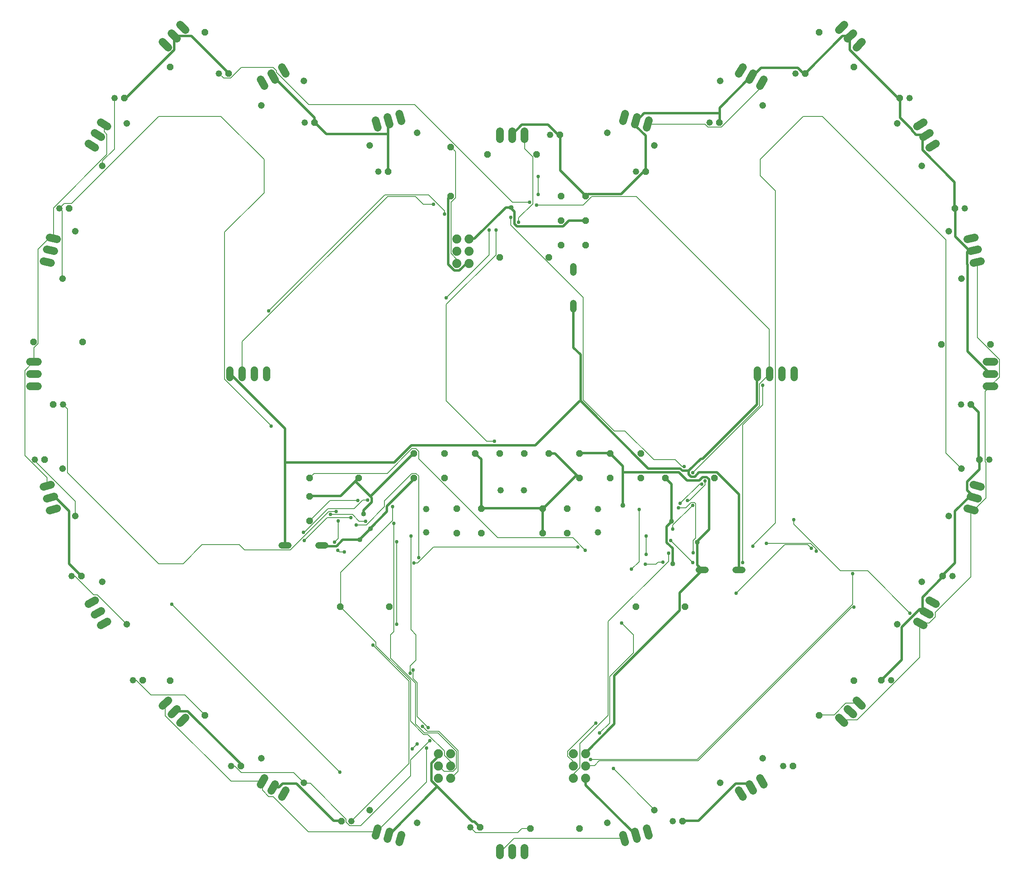
<source format=gbr>
G04 EAGLE Gerber RS-274X export*
G75*
%MOMM*%
%FSLAX34Y34*%
%LPD*%
%INBottom Copper*%
%IPPOS*%
%AMOC8*
5,1,8,0,0,1.08239X$1,22.5*%
G01*
%ADD10P,1.429621X8X22.500000*%
%ADD11C,1.320800*%
%ADD12P,1.429621X8X202.500000*%
%ADD13P,1.429621X8X292.500000*%
%ADD14P,1.429621X8X112.500000*%
%ADD15C,1.320800*%
%ADD16C,1.524000*%
%ADD17P,1.429621X8X157.500000*%
%ADD18P,1.429621X8X172.500000*%
%ADD19P,1.429621X8X187.500000*%
%ADD20P,1.429621X8X217.500000*%
%ADD21P,1.429621X8X232.500000*%
%ADD22P,1.429621X8X247.500000*%
%ADD23P,1.429621X8X262.500000*%
%ADD24P,1.429621X8X277.500000*%
%ADD25P,1.429621X8X37.500000*%
%ADD26P,1.429621X8X307.500000*%
%ADD27P,1.429621X8X322.500000*%
%ADD28P,1.429621X8X337.500000*%
%ADD29P,1.429621X8X352.500000*%
%ADD30P,1.429621X8X367.500000*%
%ADD31P,1.429621X8X52.500000*%
%ADD32P,1.429621X8X67.500000*%
%ADD33P,1.429621X8X82.500000*%
%ADD34P,1.429621X8X97.500000*%
%ADD35P,1.429621X8X127.500000*%
%ADD36P,1.429621X8X142.500000*%
%ADD37C,1.575000*%
%ADD38C,1.879600*%
%ADD39C,0.508000*%
%ADD40C,1.016000*%
%ADD41C,0.152400*%
%ADD42C,0.756400*%


D10*
X-66040Y-939800D03*
D11*
X-86360Y-939800D03*
D10*
X607060Y622300D03*
D11*
X586740Y622300D03*
D10*
X429260Y520700D03*
D11*
X408940Y520700D03*
D10*
X276860Y419100D03*
D11*
X256540Y419100D03*
D10*
X99060Y495300D03*
D11*
X78740Y495300D03*
D10*
X-256540Y419100D03*
D11*
X-276860Y419100D03*
D10*
X-408940Y520700D03*
D11*
X-429260Y520700D03*
D10*
X-586740Y622300D03*
D11*
X-607060Y622300D03*
D10*
X-802640Y571500D03*
D11*
X-822960Y571500D03*
D10*
X-916940Y342900D03*
D11*
X-937260Y342900D03*
D12*
X-949960Y-63500D03*
D11*
X-929640Y-63500D03*
D10*
X353060Y-927100D03*
D11*
X332740Y-927100D03*
D10*
X-967740Y-177800D03*
D11*
X-988060Y-177800D03*
D10*
X-891540Y-419100D03*
D11*
X-911860Y-419100D03*
D10*
X-764540Y-635000D03*
D11*
X-784860Y-635000D03*
D10*
X-561340Y-812800D03*
D11*
X-581660Y-812800D03*
D12*
X-353060Y-927100D03*
D11*
X-332740Y-927100D03*
D10*
X63500Y-279400D03*
X114300Y-279400D03*
X63500Y-330200D03*
X114300Y-330200D03*
D12*
X76200Y-165100D03*
X25400Y-165100D03*
D10*
X-76200Y-165100D03*
X-25400Y-165100D03*
D12*
X-63500Y-330200D03*
X-114300Y-330200D03*
D10*
X581660Y-812800D03*
D11*
X561340Y-812800D03*
D12*
X-63500Y-279400D03*
X-114300Y-279400D03*
D13*
X266700Y-165100D03*
X266700Y-215900D03*
D12*
X152400Y368300D03*
X101600Y368300D03*
D13*
X-419100Y-254000D03*
X-419100Y-304800D03*
X203200Y-165100D03*
X203200Y-215900D03*
X139700Y-165100D03*
X139700Y-215900D03*
D12*
X152400Y317500D03*
X101600Y317500D03*
X764540Y-635000D03*
D11*
X784860Y-635000D03*
D12*
X152400Y266700D03*
X101600Y266700D03*
D14*
X-203200Y-215900D03*
X-203200Y-165100D03*
X-139700Y-215900D03*
X-139700Y-165100D03*
D12*
X891540Y-419100D03*
D11*
X911860Y-419100D03*
D12*
X967740Y-177800D03*
D11*
X988060Y-177800D03*
D10*
X949960Y-63500D03*
D11*
X929640Y-63500D03*
D12*
X916940Y342900D03*
D11*
X937260Y342900D03*
D12*
X802640Y571500D03*
D11*
X822960Y571500D03*
D15*
X400304Y-406400D02*
X387096Y-406400D01*
X463296Y-406400D02*
X476504Y-406400D01*
X127000Y209296D02*
X127000Y222504D01*
X127000Y146304D02*
X127000Y133096D01*
X-387096Y-355600D02*
X-400304Y-355600D01*
X-463296Y-355600D02*
X-476504Y-355600D01*
D16*
X584200Y-7620D02*
X584200Y7620D01*
X558800Y7620D02*
X558800Y-7620D01*
X533400Y-7620D02*
X533400Y7620D01*
X508000Y7620D02*
X508000Y-7620D01*
X-508000Y-7620D02*
X-508000Y7620D01*
X-533400Y7620D02*
X-533400Y-7620D01*
X-558800Y-7620D02*
X-558800Y7620D01*
X-584200Y7620D02*
X-584200Y-7620D01*
D12*
X139700Y-942300D03*
X38100Y-942300D03*
D17*
X707672Y635830D03*
X635830Y707672D03*
D18*
X518994Y556024D03*
X431006Y606824D03*
D19*
X294947Y472682D03*
X196809Y498978D03*
D12*
X50800Y454700D03*
X-50800Y454700D03*
D20*
X-196809Y498978D03*
X-294947Y472682D03*
D21*
X-431006Y606824D03*
X-518994Y556024D03*
D22*
X-635830Y707672D03*
X-707672Y635830D03*
D23*
X-797324Y518994D03*
X-848124Y431006D03*
D24*
X-904482Y294947D03*
X-930778Y196809D03*
D10*
X-990600Y66000D03*
X-889000Y66000D03*
D25*
X196809Y-930778D03*
X294947Y-904482D03*
D26*
X-930778Y-196809D03*
X-904482Y-294947D03*
D27*
X-848124Y-431006D03*
X-797324Y-518994D03*
D28*
X-707672Y-635830D03*
X-635830Y-707672D03*
D29*
X-518994Y-797324D03*
X-431006Y-848124D03*
D30*
X-294947Y-904482D03*
X-196809Y-930778D03*
D12*
X358100Y-482600D03*
X256500Y-482600D03*
X76200Y241300D03*
X-25400Y241300D03*
D10*
X-355600Y-482600D03*
X-254000Y-482600D03*
D12*
X419100Y-215900D03*
X317500Y-215900D03*
D13*
X-127000Y469900D03*
X-127000Y368300D03*
D31*
X431006Y-848124D03*
X518994Y-797324D03*
D10*
X-419100Y-215900D03*
X-317500Y-215900D03*
D32*
X635830Y-707672D03*
X707672Y-635830D03*
D33*
X797324Y-518994D03*
X848124Y-431006D03*
D34*
X904482Y-294947D03*
X930778Y-196809D03*
D12*
X990600Y61000D03*
X889000Y61000D03*
D35*
X930778Y196809D03*
X904482Y294947D03*
D36*
X848124Y431006D03*
X797324Y518994D03*
D37*
X-25400Y-982225D02*
X-25400Y-997975D01*
X0Y-997975D02*
X0Y-982225D01*
X25400Y-982225D02*
X25400Y-997975D01*
X712499Y676577D02*
X723635Y687714D01*
X705675Y705675D02*
X694538Y694538D01*
X676578Y712498D02*
X687714Y723635D01*
X520985Y610272D02*
X513110Y596632D01*
X491113Y609332D02*
X498988Y622972D01*
X476990Y635672D02*
X469115Y622032D01*
X282829Y525596D02*
X278753Y510382D01*
X254219Y516956D02*
X258295Y532170D01*
X233760Y538744D02*
X229684Y523530D01*
X25400Y502675D02*
X25400Y486925D01*
X0Y486925D02*
X0Y502675D01*
X-25400Y502675D02*
X-25400Y486925D01*
X-229684Y523530D02*
X-233760Y538744D01*
X-258295Y532170D02*
X-254219Y516956D01*
X-278753Y510382D02*
X-282829Y525596D01*
X-469116Y622032D02*
X-476990Y635672D01*
X-498987Y622972D02*
X-491113Y609332D01*
X-513110Y596632D02*
X-520985Y610272D01*
X-676578Y712498D02*
X-687714Y723635D01*
X-705675Y705675D02*
X-694538Y694538D01*
X-712499Y676577D02*
X-723635Y687714D01*
X-837932Y513110D02*
X-851572Y520985D01*
X-864272Y498987D02*
X-850632Y491113D01*
X-863332Y469115D02*
X-876972Y476990D01*
X-942183Y278753D02*
X-957396Y282829D01*
X-963970Y258295D02*
X-948757Y254219D01*
X-955331Y229684D02*
X-970544Y233760D01*
X-982225Y25400D02*
X-997975Y25400D01*
X-997975Y0D02*
X-982225Y0D01*
X-982225Y-25400D02*
X-997975Y-25400D01*
X229684Y-955330D02*
X233760Y-970544D01*
X258295Y-963970D02*
X254219Y-948756D01*
X278753Y-942182D02*
X282829Y-957396D01*
X-955331Y-229684D02*
X-970544Y-233760D01*
X-963970Y-258295D02*
X-948757Y-254219D01*
X-942183Y-278753D02*
X-957396Y-282829D01*
X-863332Y-469115D02*
X-876972Y-476990D01*
X-864272Y-498988D02*
X-850632Y-491113D01*
X-837932Y-513110D02*
X-851572Y-520985D01*
X-712499Y-676577D02*
X-723635Y-687714D01*
X-705675Y-705675D02*
X-694538Y-694538D01*
X-676578Y-712498D02*
X-687714Y-723635D01*
X-513110Y-837932D02*
X-520985Y-851572D01*
X-498988Y-864272D02*
X-491113Y-850632D01*
X-469115Y-863332D02*
X-476990Y-876972D01*
X-278753Y-942182D02*
X-282829Y-957396D01*
X-258295Y-963970D02*
X-254219Y-948756D01*
X-229684Y-955330D02*
X-233760Y-970544D01*
X469115Y-863332D02*
X476990Y-876972D01*
X498988Y-864272D02*
X491113Y-850632D01*
X513110Y-837932D02*
X520985Y-851572D01*
X676578Y-712498D02*
X687714Y-723635D01*
X705675Y-705675D02*
X694538Y-694538D01*
X712499Y-676577D02*
X723635Y-687714D01*
X837932Y-513110D02*
X851572Y-520985D01*
X864272Y-498988D02*
X850632Y-491113D01*
X863332Y-469115D02*
X876972Y-476990D01*
X942183Y-278753D02*
X957396Y-282829D01*
X963970Y-258295D02*
X948757Y-254219D01*
X955331Y-229684D02*
X970544Y-233760D01*
X982225Y-25400D02*
X997975Y-25400D01*
X997975Y0D02*
X982225Y0D01*
X982225Y25400D02*
X997975Y25400D01*
X955331Y229684D02*
X970544Y233760D01*
X963970Y258295D02*
X948757Y254219D01*
X942183Y278753D02*
X957396Y282829D01*
X863332Y469115D02*
X876972Y476990D01*
X864272Y498987D02*
X850632Y491113D01*
X837932Y513110D02*
X851572Y520985D01*
D11*
X177800Y-280670D03*
X177800Y-328930D03*
X24130Y-241300D03*
X-24130Y-241300D03*
X-177800Y-328930D03*
X-177800Y-280670D03*
D38*
X127000Y-787400D03*
X152400Y-787400D03*
X127000Y-812800D03*
X152400Y-812800D03*
X127000Y-838200D03*
X152400Y-838200D03*
X-114300Y279400D03*
X-88900Y279400D03*
X-114300Y254000D03*
X-88900Y254000D03*
X-114300Y228600D03*
X-88900Y228600D03*
X-127000Y-838200D03*
X-152400Y-838200D03*
X-127000Y-812800D03*
X-152400Y-812800D03*
X-127000Y-787400D03*
X-152400Y-787400D03*
D39*
X152400Y-838200D02*
X152400Y-852678D01*
X256032Y-956310D01*
X256257Y-956363D01*
X967740Y-198120D02*
X967740Y-177800D01*
X967740Y-198120D02*
X941832Y-224028D01*
X941832Y-241554D01*
X956310Y-256032D01*
X956363Y-256257D01*
X966216Y-176022D02*
X966216Y-80010D01*
X950214Y-64008D01*
X966216Y-176022D02*
X967740Y-177800D01*
X950214Y-64008D02*
X949960Y-63500D01*
X891540Y-419100D02*
X891540Y-421386D01*
X849630Y-463296D01*
X849630Y-486918D01*
X857250Y-494538D01*
X857452Y-495050D01*
X847344Y-487680D02*
X844296Y-487680D01*
X806958Y-525018D01*
X806958Y-592836D01*
X765048Y-634746D01*
X857452Y-495050D02*
X847344Y-487680D01*
X765048Y-634746D02*
X764540Y-635000D01*
X916686Y-284988D02*
X949452Y-252222D01*
X916686Y-284988D02*
X916686Y-392430D01*
X892302Y-416814D01*
X956363Y-256257D02*
X949452Y-252222D01*
X892302Y-416814D02*
X891540Y-419100D01*
X386334Y-926592D02*
X353568Y-926592D01*
X386334Y-926592D02*
X463296Y-849630D01*
X486918Y-849630D01*
X494538Y-857250D01*
X353568Y-926592D02*
X353060Y-927100D01*
X494538Y-857250D02*
X495050Y-857452D01*
X-152400Y-792480D02*
X-152400Y-787400D01*
X-152400Y-792480D02*
X-166878Y-806958D01*
X-166878Y-843534D01*
X-154686Y-855726D02*
X-82296Y-928116D01*
X-154686Y-855726D02*
X-166878Y-843534D01*
X-82296Y-928116D02*
X-77724Y-928116D01*
X-66040Y-939800D01*
X-482346Y-857250D02*
X-494538Y-857250D01*
X-482346Y-857250D02*
X-474726Y-849630D01*
X-446532Y-849630D01*
X-369570Y-926592D01*
X-353568Y-926592D01*
X-494538Y-857250D02*
X-495050Y-857452D01*
X-353568Y-926592D02*
X-353060Y-927100D01*
X-256032Y-957072D02*
X-154686Y-855726D01*
X-256257Y-956363D02*
X-256032Y-957072D01*
X-944880Y-256794D02*
X-956310Y-256794D01*
X-944880Y-256794D02*
X-916686Y-284988D01*
X-916686Y-393954D01*
X-891540Y-419100D01*
X-956310Y-256794D02*
X-956363Y-256257D01*
X-561594Y-809244D02*
X-561594Y-812292D01*
X-561594Y-809244D02*
X-671322Y-699516D01*
X-699516Y-699516D01*
X-561594Y-812292D02*
X-561340Y-812800D01*
X-699516Y-699516D02*
X-700106Y-700106D01*
X-419100Y-253746D02*
X-355092Y-253746D01*
X-324612Y-223266D02*
X-317754Y-216408D01*
X-324612Y-223266D02*
X-355092Y-253746D01*
X-419100Y-253746D02*
X-419100Y-254000D01*
X-317754Y-216408D02*
X-317500Y-215900D01*
X-307086Y-282702D02*
X-307086Y-290322D01*
X-307086Y-282702D02*
X-290322Y-265938D01*
X-290322Y-257556D01*
X-293370Y-254508D02*
X-324612Y-223266D01*
X-293370Y-254508D02*
X-290322Y-257556D01*
X-64008Y-278892D02*
X-64008Y-177546D01*
X-76200Y-165354D01*
X-64008Y-278892D02*
X-63500Y-279400D01*
X-76200Y-165354D02*
X-76200Y-165100D01*
X63246Y-279654D02*
X63246Y-329946D01*
X63500Y-330200D01*
X63246Y-279654D02*
X63500Y-279400D01*
X76200Y-165354D02*
X89154Y-165354D01*
X133731Y-209931D02*
X139700Y-215900D01*
X133731Y-209931D02*
X89154Y-165354D01*
X76200Y-165354D02*
X76200Y-165100D01*
X133731Y-209931D02*
X65532Y-278130D01*
X63500Y-279400D01*
X60960Y-278892D02*
X-61722Y-278892D01*
X-63500Y-279400D01*
X60960Y-278892D02*
X63500Y-279400D01*
X329946Y-305562D02*
X329946Y-228600D01*
X317754Y-216408D01*
X317500Y-215900D01*
X332232Y-361950D02*
X332232Y-393954D01*
X332232Y-361950D02*
X320040Y-349758D01*
X320040Y-316992D01*
X329184Y-307848D01*
X329946Y-305562D01*
X-203454Y-164592D02*
X-293370Y-254508D01*
X-203200Y-165100D02*
X-203454Y-164592D01*
X-256794Y496824D02*
X-256794Y524256D01*
X-256794Y496824D02*
X-256794Y419100D01*
X-256540Y419100D01*
X-256794Y524256D02*
X-256257Y524563D01*
X-94488Y228600D02*
X-88900Y228600D01*
X-94488Y228600D02*
X-108966Y214122D01*
X-119634Y214122D01*
X-131826Y226314D01*
X-131826Y363474D01*
X-127000Y368300D01*
X-409194Y521208D02*
X-409194Y530352D01*
X-494538Y615696D01*
X-409194Y521208D02*
X-408940Y520700D01*
X-494538Y615696D02*
X-495050Y616152D01*
X-663702Y699516D02*
X-699516Y699516D01*
X-663702Y699516D02*
X-586740Y622554D01*
X-699516Y699516D02*
X-700106Y700106D01*
X-586740Y622554D02*
X-586740Y622300D01*
X-799338Y571500D02*
X-802640Y571500D01*
X-799338Y571500D02*
X-699516Y671322D01*
X-699516Y697230D01*
X-700106Y700106D01*
X-384810Y496824D02*
X-256794Y496824D01*
X-384810Y496824D02*
X-406908Y518922D01*
X-408940Y520700D01*
X917448Y342900D02*
X917448Y284226D01*
X944880Y256794D01*
X956310Y256794D01*
X917448Y342900D02*
X916940Y342900D01*
X956310Y256794D02*
X956363Y256257D01*
X803148Y530352D02*
X803148Y571500D01*
X803148Y530352D02*
X827532Y505968D01*
X827532Y504444D01*
X836676Y495300D01*
X857250Y495300D01*
X803148Y571500D02*
X802640Y571500D01*
X857250Y495300D02*
X857452Y495050D01*
X915924Y397002D02*
X915924Y345186D01*
X915924Y397002D02*
X849630Y463296D01*
X849630Y493014D01*
X915924Y345186D02*
X916940Y342900D01*
X857452Y495050D02*
X849630Y493014D01*
X429768Y539496D02*
X429768Y550926D01*
X429768Y539496D02*
X429768Y521208D01*
X429768Y550926D02*
X494538Y615696D01*
X429768Y521208D02*
X429260Y520700D01*
X494538Y615696D02*
X495050Y616152D01*
X602742Y622554D02*
X606552Y622554D01*
X602742Y622554D02*
X591312Y633984D01*
X515112Y633984D01*
X497586Y616458D01*
X606552Y622554D02*
X607060Y622300D01*
X497586Y616458D02*
X495050Y616152D01*
X684276Y699516D02*
X699516Y699516D01*
X684276Y699516D02*
X607060Y622300D01*
X699516Y699516D02*
X700106Y700106D01*
X276606Y493014D02*
X276606Y419100D01*
X276606Y493014D02*
X256794Y512826D01*
X256794Y524256D01*
X276606Y419100D02*
X276860Y419100D01*
X256794Y524256D02*
X256257Y524563D01*
X99060Y495300D02*
X95250Y495300D01*
X74676Y515874D01*
X20574Y515874D01*
X0Y495300D01*
X0Y494800D01*
X99822Y493014D02*
X99822Y421386D01*
X152400Y368808D01*
X99822Y493014D02*
X99060Y495300D01*
X152400Y368808D02*
X152400Y368300D01*
X272034Y418338D02*
X274320Y418338D01*
X272034Y418338D02*
X226314Y372618D01*
X157734Y372618D01*
X154686Y369570D01*
X274320Y418338D02*
X276860Y419100D01*
X154686Y369570D02*
X152400Y368300D01*
X273558Y539496D02*
X429768Y539496D01*
X273558Y539496D02*
X259080Y525018D01*
X256257Y524563D01*
X797814Y573024D02*
X800862Y573024D01*
X797814Y573024D02*
X699516Y671322D01*
X699516Y697230D01*
X800862Y573024D02*
X802640Y571500D01*
X699516Y697230D02*
X700106Y700106D01*
X943356Y46482D02*
X989838Y0D01*
X943356Y46482D02*
X943356Y225552D01*
X941832Y227076D01*
X941832Y252222D01*
X944118Y254508D01*
X989838Y0D02*
X990100Y0D01*
X956363Y256257D02*
X944118Y254508D01*
D40*
X-307086Y-290322D03*
X329946Y-305562D03*
X332232Y-393954D03*
D41*
X-22860Y-989838D02*
X-25146Y-989838D01*
X-22860Y-989838D02*
X3810Y-963168D01*
X231648Y-963168D01*
X-25146Y-989838D02*
X-25400Y-990100D01*
X231648Y-963168D02*
X231722Y-962937D01*
X950214Y-280416D02*
X958596Y-280416D01*
X981456Y-257556D01*
X981456Y-184404D01*
X979170Y-182118D01*
X979170Y-36576D01*
X989838Y-25908D01*
X950214Y-280416D02*
X949789Y-280791D01*
X989838Y-25908D02*
X990100Y-25400D01*
X963168Y74676D02*
X963168Y231648D01*
X963168Y74676D02*
X1008888Y28956D01*
X1008888Y-6858D01*
X990600Y-25146D01*
X963168Y231648D02*
X962937Y231722D01*
X990600Y-25146D02*
X990100Y-25400D01*
X388620Y-228600D02*
X348234Y-268986D01*
X388620Y-228600D02*
X392430Y-228600D01*
X582930Y-302514D02*
X582930Y-311658D01*
X679704Y-408432D01*
X736092Y-408432D01*
X823722Y-496062D01*
X949452Y-421386D02*
X949452Y-281178D01*
X949452Y-421386D02*
X876300Y-494538D01*
X876300Y-503682D01*
X863346Y-516636D01*
X845058Y-516636D01*
X949452Y-281178D02*
X949789Y-280791D01*
X845058Y-516636D02*
X844752Y-517047D01*
X714756Y-717804D02*
X682752Y-717804D01*
X714756Y-717804D02*
X844296Y-588264D01*
X844296Y-517398D01*
X682752Y-717804D02*
X682146Y-718067D01*
X844296Y-517398D02*
X844752Y-517047D01*
D42*
X348234Y-268986D03*
X392430Y-228600D03*
X582930Y-302514D03*
X823722Y-496062D03*
D41*
X-848106Y431292D02*
X-848106Y440436D01*
X-822960Y465582D01*
X-822960Y571500D01*
X-848106Y431292D02*
X-848124Y431006D01*
X-163068Y-359664D02*
X136398Y-359664D01*
X-163068Y-359664D02*
X-195834Y-392430D01*
X-203454Y-392430D01*
D42*
X136398Y-359664D03*
X-203454Y-392430D03*
D41*
X636270Y-707136D02*
X666750Y-707136D01*
X691134Y-682752D01*
X717804Y-682752D01*
X636270Y-707136D02*
X635830Y-707672D01*
X717804Y-682752D02*
X718067Y-682146D01*
X374142Y-391668D02*
X328422Y-345948D01*
X477774Y-391668D02*
X477774Y-105918D01*
X518922Y-64770D01*
X518922Y-23622D01*
D42*
X328422Y-345948D03*
X374142Y-391668D03*
X477774Y-391668D03*
X518922Y-23622D03*
D41*
X498348Y-355854D02*
X498348Y-357378D01*
X498348Y-355854D02*
X544830Y-309372D01*
X544830Y378714D01*
X513588Y409956D01*
X513588Y444246D01*
X602742Y533400D01*
X642366Y533400D01*
X898398Y277368D01*
X898398Y-164592D01*
X930402Y-196596D01*
X930778Y-196809D01*
D42*
X498348Y-357378D03*
D41*
X54102Y371094D02*
X54102Y408432D01*
D42*
X54102Y371094D03*
X54102Y408432D03*
D41*
X36576Y355092D02*
X762Y355092D01*
X-201930Y557784D01*
X-420624Y557784D01*
X-487680Y624840D01*
X-487680Y627888D01*
X-494538Y634746D01*
X-560832Y634746D01*
X-582930Y612648D01*
X-597408Y612648D01*
X-607060Y622300D01*
D42*
X36576Y355092D03*
D41*
X281178Y517398D02*
X399288Y517398D01*
X405384Y511302D01*
X433578Y511302D01*
X516636Y594360D01*
X516636Y602742D01*
X281178Y517398D02*
X280791Y517989D01*
X516636Y602742D02*
X517047Y603452D01*
X13716Y323088D02*
X13716Y313944D01*
X13716Y323088D02*
X42672Y352044D01*
X42672Y449580D01*
X25908Y466344D01*
X25908Y494538D01*
X25400Y494800D01*
D42*
X13716Y313944D03*
D41*
X363474Y-262890D02*
X367284Y-262890D01*
X399288Y-230886D01*
X399288Y-222504D01*
D42*
X363474Y-262890D03*
X399288Y-222504D03*
D41*
X-298704Y-262128D02*
X-309372Y-262128D01*
X-326898Y-279654D01*
X-381000Y-279654D01*
X-430530Y-329184D01*
X-432054Y-329184D01*
X-704850Y-477774D02*
X-356616Y-826008D01*
X19812Y-942594D02*
X38100Y-942594D01*
X19812Y-942594D02*
X11430Y-950976D01*
X-75438Y-950976D01*
X-86106Y-940308D01*
X38100Y-942300D02*
X38100Y-942594D01*
X-86106Y-940308D02*
X-86360Y-939800D01*
D42*
X-298704Y-262128D03*
X-432054Y-329184D03*
X-704850Y-477774D03*
X-356616Y-826008D03*
D41*
X227076Y-516636D02*
X251460Y-541020D01*
X251460Y-578358D01*
X201930Y-627888D01*
X201930Y-723900D01*
X181356Y-744474D01*
X209550Y-818388D02*
X294894Y-903732D01*
X294947Y-904482D01*
D42*
X227076Y-516636D03*
X181356Y-744474D03*
X209550Y-818388D03*
D41*
X-499110Y-108966D02*
X-499110Y-107442D01*
X-595122Y-11430D01*
X-595122Y293370D01*
X-513588Y374904D01*
X-513588Y444246D01*
X-602742Y533400D01*
X-731520Y533400D01*
X-912114Y352806D01*
X-927354Y352806D01*
X-937260Y342900D01*
X-931164Y337566D02*
X-931164Y197358D01*
X-931164Y337566D02*
X-936498Y342900D01*
X-931164Y197358D02*
X-930778Y196809D01*
X-936498Y342900D02*
X-937260Y342900D01*
D42*
X-499110Y-108966D03*
D41*
X-379476Y-285750D02*
X-364236Y-285750D01*
X-379476Y-285750D02*
X-458724Y-364998D01*
X-553974Y-364998D01*
X-564642Y-354330D01*
X-641604Y-354330D01*
X-681228Y-393954D01*
X-731520Y-393954D01*
X-920496Y-204978D01*
X-920496Y-73152D01*
X-929640Y-64008D01*
X-929640Y-63500D01*
D42*
X-364236Y-285750D03*
D41*
X-382524Y-297942D02*
X-333756Y-297942D01*
X-382524Y-297942D02*
X-430530Y-345948D01*
X-987552Y-181356D02*
X-987552Y-178308D01*
X-987552Y-181356D02*
X-904494Y-264414D01*
X-904494Y-294894D01*
X-987552Y-178308D02*
X-988060Y-177800D01*
X-904494Y-294894D02*
X-904482Y-294947D01*
D42*
X-333756Y-297942D03*
X-430530Y-345948D03*
D41*
X-359664Y-341376D02*
X-359664Y-304800D01*
X-359664Y-341376D02*
X-367284Y-348996D01*
X-905256Y-419100D02*
X-911860Y-419100D01*
X-905256Y-419100D02*
X-866394Y-457962D01*
X-858774Y-457962D01*
X-797814Y-518922D01*
X-797324Y-518994D01*
D42*
X-359664Y-304800D03*
X-367284Y-348996D03*
D41*
X-323088Y-313182D02*
X-301752Y-313182D01*
X-264414Y-275844D01*
X-264414Y-263652D01*
X-207264Y-206502D01*
X-198882Y-206502D01*
X-193548Y-211836D01*
X-193548Y-381000D01*
X-196596Y-767334D02*
X-206502Y-777240D01*
X-778002Y-635508D02*
X-784860Y-635508D01*
X-778002Y-635508D02*
X-747522Y-665988D01*
X-677418Y-665988D01*
X-636270Y-707136D01*
X-784860Y-635508D02*
X-784860Y-635000D01*
X-636270Y-707136D02*
X-635830Y-707672D01*
D42*
X-323088Y-313182D03*
X-193548Y-381000D03*
X-196596Y-767334D03*
X-206502Y-777240D03*
D41*
X-210312Y-800100D02*
X-170688Y-760476D01*
X-210312Y-800100D02*
X-210312Y-833628D01*
X-313182Y-936498D01*
X-336042Y-936498D01*
X-343662Y-928878D01*
X-343662Y-922782D01*
X-417576Y-848868D01*
X-430530Y-848868D01*
X-431006Y-848124D01*
X-574548Y-813054D02*
X-581406Y-813054D01*
X-574548Y-813054D02*
X-560832Y-826770D01*
X-452628Y-826770D01*
X-431292Y-848106D01*
X-581406Y-813054D02*
X-581660Y-812800D01*
X-431292Y-848106D02*
X-431006Y-848124D01*
D42*
X-170688Y-760476D03*
D41*
X-213360Y-637032D02*
X-288036Y-562356D01*
X-213360Y-637032D02*
X-213360Y-807720D01*
X-332740Y-927100D01*
D42*
X-288036Y-562356D03*
D41*
X-989838Y25908D02*
X-989838Y54102D01*
X-981456Y62484D01*
X-981456Y257556D01*
X-958596Y280416D01*
X-950214Y280416D01*
X-989838Y25908D02*
X-990100Y25400D01*
X-950214Y280416D02*
X-949789Y280791D01*
X-963168Y-215646D02*
X-963168Y-231648D01*
X-963168Y-215646D02*
X-1008888Y-169926D01*
X-1008888Y6858D01*
X-990600Y25146D01*
X-963168Y-231648D02*
X-962937Y-231722D01*
X-990600Y25146D02*
X-990100Y25400D01*
X-844296Y501396D02*
X-844296Y516636D01*
X-844296Y501396D02*
X-838962Y496062D01*
X-838962Y454152D01*
X-949452Y343662D01*
X-949452Y281178D01*
X-844296Y516636D02*
X-844752Y517047D01*
X-949452Y281178D02*
X-949789Y280791D01*
X-238506Y-348234D02*
X-238506Y-519684D01*
X-204978Y-614172D02*
X-204978Y-631698D01*
X-196596Y-640080D01*
X-196596Y-710946D01*
X-173736Y-733806D01*
X-176784Y-775716D02*
X-176784Y-845820D01*
X-280416Y-949452D01*
X-280791Y-949789D01*
X-717804Y-708660D02*
X-717804Y-682752D01*
X-717804Y-708660D02*
X-582168Y-844296D01*
X-517398Y-844296D01*
X-717804Y-682752D02*
X-718067Y-682146D01*
X-517398Y-844296D02*
X-517047Y-844752D01*
X-421386Y-949452D02*
X-281178Y-949452D01*
X-421386Y-949452D02*
X-494538Y-876300D01*
X-503682Y-876300D01*
X-516636Y-863346D01*
X-516636Y-845058D01*
X-281178Y-949452D02*
X-280791Y-949789D01*
X-516636Y-845058D02*
X-517047Y-844752D01*
D42*
X-238506Y-348234D03*
X-238506Y-519684D03*
X-204978Y-614172D03*
X-173736Y-733806D03*
X-176784Y-775716D03*
D41*
X-33528Y246126D02*
X-33528Y297942D01*
X-33528Y246126D02*
X-136398Y143256D01*
X-136398Y-56388D01*
X-52578Y-140208D01*
X-36576Y-140208D01*
D42*
X-33528Y297942D03*
X-36576Y-140208D03*
D41*
X-47244Y246126D02*
X-47244Y297942D01*
X-47244Y246126D02*
X-136398Y156972D01*
D42*
X-47244Y297942D03*
X-136398Y156972D03*
D41*
X-319278Y-262890D02*
X-377190Y-262890D01*
X-419100Y-304800D01*
D42*
X-319278Y-262890D03*
D39*
X-88392Y279654D02*
X-77724Y279654D01*
X-12954Y344424D01*
X-1524Y344424D01*
X-88392Y279654D02*
X-88900Y279400D01*
X117348Y316992D02*
X152400Y316992D01*
X117348Y316992D02*
X105918Y305562D01*
X9906Y305562D01*
X5334Y310134D01*
X5334Y336042D01*
X-762Y342138D01*
X152400Y317500D02*
X152400Y316992D01*
X-762Y342138D02*
X-1524Y344424D01*
D40*
X-1524Y344424D03*
D39*
X-470154Y-113538D02*
X-470154Y-184404D01*
X-470154Y-355092D01*
X-470154Y-113538D02*
X-583692Y0D01*
X-470154Y-355092D02*
X-469900Y-355600D01*
X-583692Y0D02*
X-584200Y0D01*
X127254Y54102D02*
X127254Y139446D01*
X127254Y54102D02*
X141732Y39624D01*
X141732Y-56388D01*
X281940Y-196596D01*
X348234Y-196596D01*
X352806Y-201168D01*
X365760Y-201168D01*
X390906Y-176022D01*
X394716Y-176022D01*
X506730Y-64008D01*
X506730Y-762D01*
X507492Y0D01*
X127254Y139446D02*
X127000Y139700D01*
X507492Y0D02*
X508000Y0D01*
X469392Y-249936D02*
X469392Y-406146D01*
X469392Y-249936D02*
X423672Y-204216D01*
X387096Y-204216D01*
X377952Y-213360D01*
X370332Y-213360D01*
X365760Y-208788D01*
X365760Y-201168D01*
X469392Y-406146D02*
X469900Y-406400D01*
X-243840Y-184404D02*
X-470154Y-184404D01*
X-243840Y-184404D02*
X-208026Y-148590D01*
X48006Y-148590D01*
X139446Y-57150D01*
X141732Y-56388D01*
X229362Y-191262D02*
X229362Y-204216D01*
X229362Y-272796D01*
X229362Y-191262D02*
X203200Y-165100D01*
X201168Y-164592D02*
X140208Y-164592D01*
X139700Y-165100D01*
X201168Y-164592D02*
X203200Y-165100D01*
X383286Y-348996D02*
X383286Y-396240D01*
X393192Y-406146D01*
X393700Y-406400D01*
X152400Y-785622D02*
X152400Y-787400D01*
X152400Y-785622D02*
X211836Y-726186D01*
X211836Y-625602D01*
X346710Y-490728D01*
X346710Y-454152D01*
X392430Y-408432D01*
X393700Y-406400D01*
X345186Y-204216D02*
X229362Y-204216D01*
X345186Y-204216D02*
X361950Y-220980D01*
X387858Y-220980D01*
X394716Y-214122D01*
X403098Y-214122D01*
X407670Y-218694D01*
X407670Y-323088D01*
X384048Y-346710D01*
X383286Y-348996D01*
D40*
X229362Y-272796D03*
X383286Y-348996D03*
D41*
X127254Y-829818D02*
X127254Y-838200D01*
X127254Y-829818D02*
X140208Y-816864D01*
X140208Y-766572D01*
X198882Y-707898D01*
X198882Y-513588D01*
X323850Y-388620D01*
X323850Y-371856D01*
X127254Y-838200D02*
X127000Y-838200D01*
D42*
X323850Y-371856D03*
D41*
X-114300Y228600D02*
X-114300Y236982D01*
X-126492Y249174D01*
X-126492Y355092D01*
X-117348Y364236D01*
X-117348Y460248D01*
X-127000Y469900D01*
X301752Y-390906D02*
X312420Y-390906D01*
X301752Y-390906D02*
X297942Y-394716D01*
X275844Y-394716D01*
X151638Y-365760D02*
X125730Y-339852D01*
X-29718Y-339852D01*
X-193548Y-176022D01*
X-193548Y-160782D01*
X-198882Y-155448D01*
X-207264Y-155448D01*
X-258318Y-206502D01*
X-409956Y-206502D01*
X-419100Y-215646D01*
X-419100Y-215900D01*
D42*
X312420Y-390906D03*
X275844Y-394716D03*
X151638Y-365760D03*
D39*
X-314706Y-344424D02*
X-350520Y-344424D01*
X-363474Y-357378D01*
X-391668Y-357378D01*
X-393192Y-355854D01*
X-393700Y-355600D01*
X-313944Y-342138D02*
X-293370Y-321564D01*
X-313944Y-342138D02*
X-314706Y-344424D01*
X-203454Y-218694D02*
X-203454Y-216408D01*
X-203454Y-218694D02*
X-259080Y-274320D01*
X-259080Y-285750D01*
X-292608Y-319278D01*
X-203454Y-216408D02*
X-203200Y-215900D01*
X-292608Y-319278D02*
X-293370Y-321564D01*
D40*
X-314706Y-344424D03*
X-293370Y-321564D03*
D41*
X332994Y-322326D02*
X332994Y-313944D01*
X374142Y-272796D01*
X374142Y-204978D02*
X512064Y-67056D01*
X512064Y-21336D01*
X533400Y0D01*
X-347472Y-369570D02*
X-357378Y-369570D01*
X-361188Y-365760D01*
X-183642Y351282D02*
X-163068Y351282D01*
X-183642Y351282D02*
X-199644Y367284D01*
X-257556Y367284D01*
X-558546Y66294D01*
X-558546Y0D01*
X-558800Y0D01*
X532638Y0D02*
X532638Y92202D01*
X257556Y367284D01*
X165354Y367284D01*
X147066Y348996D01*
X50292Y348996D01*
X532638Y0D02*
X533400Y0D01*
D42*
X332994Y-322326D03*
X374142Y-272796D03*
X374142Y-204978D03*
X-347472Y-369570D03*
X-361188Y-365760D03*
X-163068Y351282D03*
X50292Y348996D03*
D41*
X-303276Y-305562D02*
X-316992Y-305562D01*
X-330708Y-291846D01*
X-376428Y-291846D01*
X-140208Y330708D02*
X-140208Y337566D01*
X-172974Y370332D01*
X-263652Y370332D01*
X-503682Y130302D01*
X352044Y-192786D02*
X356616Y-192786D01*
X352044Y-192786D02*
X337566Y-178308D01*
X293370Y-178308D01*
X233934Y-118872D01*
X211836Y-118872D01*
X147066Y-54102D01*
X147066Y157734D01*
X-3048Y307848D01*
X-3048Y323850D01*
D42*
X-303276Y-305562D03*
X-376428Y-291846D03*
X-140208Y330708D03*
X-503682Y130302D03*
X356616Y-192786D03*
X-3048Y323850D03*
D41*
X262890Y-281178D02*
X262890Y-389382D01*
X246888Y-405384D01*
X126492Y-803910D02*
X126492Y-812292D01*
X126492Y-803910D02*
X115062Y-792480D01*
X115062Y-782574D01*
X173736Y-723900D01*
X126492Y-812292D02*
X127000Y-812800D01*
D42*
X262890Y-281178D03*
X246888Y-405384D03*
X173736Y-723900D03*
D41*
X277368Y-374904D02*
X277368Y-336042D01*
X464058Y-454914D02*
X564642Y-354330D01*
X611886Y-354330D01*
X619506Y-361950D01*
X704850Y-414528D02*
X704850Y-477774D01*
X383286Y-799338D01*
X162306Y-799338D01*
D42*
X277368Y-336042D03*
X277368Y-374904D03*
X464058Y-454914D03*
X619506Y-361950D03*
X704850Y-414528D03*
X162306Y-799338D03*
D41*
X344424Y-278130D02*
X359664Y-278130D01*
X371094Y-266700D01*
X377190Y-266700D01*
X380238Y-269748D01*
X380238Y-340614D01*
X374904Y-345948D01*
X374904Y-371094D01*
X526542Y-351282D02*
X617982Y-351282D01*
X630174Y-363474D01*
X630174Y-368046D01*
X703326Y-483870D02*
X707898Y-483870D01*
X703326Y-483870D02*
X384810Y-802386D01*
X180594Y-802386D01*
X170688Y-812292D01*
X152400Y-812292D01*
X152400Y-812800D01*
D42*
X344424Y-278130D03*
X374904Y-371094D03*
X526542Y-351282D03*
X630174Y-368046D03*
X707898Y-483870D03*
D41*
X-247650Y-304038D02*
X-247650Y-275082D01*
X-247650Y-304038D02*
X-355092Y-411480D01*
X-355092Y-482346D01*
X-355600Y-482600D01*
X-127254Y-803910D02*
X-127254Y-812292D01*
X-127254Y-803910D02*
X-140208Y-790956D01*
X-140208Y-781812D01*
X-174498Y-747522D01*
X-182880Y-747522D01*
X-210312Y-720090D01*
X-210312Y-635508D01*
X-281940Y-563880D01*
X-281940Y-556260D01*
X-355600Y-482600D01*
X-127254Y-812292D02*
X-127000Y-812800D01*
D42*
X-247650Y-275082D03*
D41*
X-209550Y-336042D02*
X-209550Y-530352D01*
X-198882Y-541020D01*
X-198882Y-593598D01*
X-211074Y-605790D01*
X-211074Y-621030D01*
X-185928Y-730758D02*
X-175260Y-741426D01*
X-151638Y-741426D01*
X-112014Y-781050D01*
X-112014Y-823722D01*
X-126492Y-838200D01*
X-127000Y-838200D01*
D42*
X-209550Y-336042D03*
X-211074Y-621030D03*
X-185928Y-730758D03*
D41*
X-244602Y-534162D02*
X-244602Y-310134D01*
X-244602Y-534162D02*
X-251460Y-541020D01*
X-251460Y-589788D01*
X-199644Y-641604D01*
X-199644Y-726186D01*
X-181356Y-744474D01*
X-153162Y-744474D01*
X-115062Y-782574D01*
X-115062Y-817626D01*
X-121920Y-824484D01*
X-140970Y-824484D01*
X-152400Y-813054D01*
X-152400Y-812800D01*
D42*
X-244602Y-310134D03*
M02*

</source>
